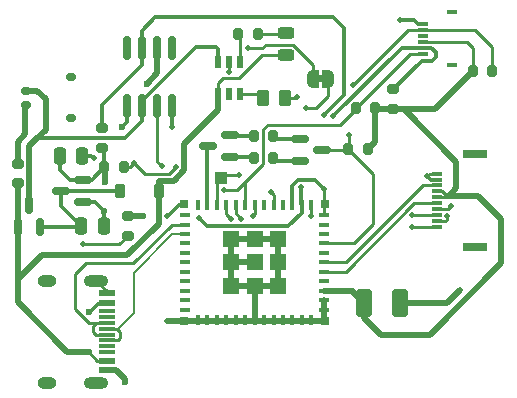
<source format=gtl>
G04 #@! TF.GenerationSoftware,KiCad,Pcbnew,7.0.1-3b83917a11~172~ubuntu22.04.1*
G04 #@! TF.CreationDate,2023-04-23T17:42:43+02:00*
G04 #@! TF.ProjectId,sharp-lcd-128x128,73686172-702d-46c6-9364-2d3132387831,rev?*
G04 #@! TF.SameCoordinates,Original*
G04 #@! TF.FileFunction,Copper,L1,Top*
G04 #@! TF.FilePolarity,Positive*
%FSLAX46Y46*%
G04 Gerber Fmt 4.6, Leading zero omitted, Abs format (unit mm)*
G04 Created by KiCad (PCBNEW 7.0.1-3b83917a11~172~ubuntu22.04.1) date 2023-04-23 17:42:43*
%MOMM*%
%LPD*%
G01*
G04 APERTURE LIST*
G04 Aperture macros list*
%AMRoundRect*
0 Rectangle with rounded corners*
0 $1 Rounding radius*
0 $2 $3 $4 $5 $6 $7 $8 $9 X,Y pos of 4 corners*
0 Add a 4 corners polygon primitive as box body*
4,1,4,$2,$3,$4,$5,$6,$7,$8,$9,$2,$3,0*
0 Add four circle primitives for the rounded corners*
1,1,$1+$1,$2,$3*
1,1,$1+$1,$4,$5*
1,1,$1+$1,$6,$7*
1,1,$1+$1,$8,$9*
0 Add four rect primitives between the rounded corners*
20,1,$1+$1,$2,$3,$4,$5,0*
20,1,$1+$1,$4,$5,$6,$7,0*
20,1,$1+$1,$6,$7,$8,$9,0*
20,1,$1+$1,$8,$9,$2,$3,0*%
%AMFreePoly0*
4,1,19,0.500000,-0.750000,0.000000,-0.750000,0.000000,-0.744911,-0.071157,-0.744911,-0.207708,-0.704816,-0.327430,-0.627875,-0.420627,-0.520320,-0.479746,-0.390866,-0.500000,-0.250000,-0.500000,0.250000,-0.479746,0.390866,-0.420627,0.520320,-0.327430,0.627875,-0.207708,0.704816,-0.071157,0.744911,0.000000,0.744911,0.000000,0.750000,0.500000,0.750000,0.500000,-0.750000,0.500000,-0.750000,
$1*%
%AMFreePoly1*
4,1,19,0.000000,0.744911,0.071157,0.744911,0.207708,0.704816,0.327430,0.627875,0.420627,0.520320,0.479746,0.390866,0.500000,0.250000,0.500000,-0.250000,0.479746,-0.390866,0.420627,-0.520320,0.327430,-0.627875,0.207708,-0.704816,0.071157,-0.744911,0.000000,-0.744911,0.000000,-0.750000,-0.500000,-0.750000,-0.500000,0.750000,0.000000,0.750000,0.000000,0.744911,0.000000,0.744911,
$1*%
G04 Aperture macros list end*
G04 #@! TA.AperFunction,SMDPad,CuDef*
%ADD10RoundRect,0.200000X-0.200000X-0.275000X0.200000X-0.275000X0.200000X0.275000X-0.200000X0.275000X0*%
G04 #@! TD*
G04 #@! TA.AperFunction,SMDPad,CuDef*
%ADD11R,0.812800X0.406400*%
G04 #@! TD*
G04 #@! TA.AperFunction,SMDPad,CuDef*
%ADD12R,0.406400X0.812800*%
G04 #@! TD*
G04 #@! TA.AperFunction,SMDPad,CuDef*
%ADD13R,1.447800X1.447800*%
G04 #@! TD*
G04 #@! TA.AperFunction,SMDPad,CuDef*
%ADD14R,0.711200X0.711200*%
G04 #@! TD*
G04 #@! TA.AperFunction,SMDPad,CuDef*
%ADD15RoundRect,0.150000X-0.587500X-0.150000X0.587500X-0.150000X0.587500X0.150000X-0.587500X0.150000X0*%
G04 #@! TD*
G04 #@! TA.AperFunction,SMDPad,CuDef*
%ADD16RoundRect,0.200000X-0.275000X0.200000X-0.275000X-0.200000X0.275000X-0.200000X0.275000X0.200000X0*%
G04 #@! TD*
G04 #@! TA.AperFunction,SMDPad,CuDef*
%ADD17R,1.000000X1.000000*%
G04 #@! TD*
G04 #@! TA.AperFunction,SMDPad,CuDef*
%ADD18RoundRect,0.250000X-0.250000X-0.475000X0.250000X-0.475000X0.250000X0.475000X-0.250000X0.475000X0*%
G04 #@! TD*
G04 #@! TA.AperFunction,SMDPad,CuDef*
%ADD19RoundRect,0.150000X0.587500X0.150000X-0.587500X0.150000X-0.587500X-0.150000X0.587500X-0.150000X0*%
G04 #@! TD*
G04 #@! TA.AperFunction,SMDPad,CuDef*
%ADD20RoundRect,0.243750X-0.456250X0.243750X-0.456250X-0.243750X0.456250X-0.243750X0.456250X0.243750X0*%
G04 #@! TD*
G04 #@! TA.AperFunction,SMDPad,CuDef*
%ADD21RoundRect,0.150000X-0.150000X0.825000X-0.150000X-0.825000X0.150000X-0.825000X0.150000X0.825000X0*%
G04 #@! TD*
G04 #@! TA.AperFunction,SMDPad,CuDef*
%ADD22R,0.558800X0.990600*%
G04 #@! TD*
G04 #@! TA.AperFunction,SMDPad,CuDef*
%ADD23RoundRect,0.200000X0.200000X0.275000X-0.200000X0.275000X-0.200000X-0.275000X0.200000X-0.275000X0*%
G04 #@! TD*
G04 #@! TA.AperFunction,SMDPad,CuDef*
%ADD24RoundRect,0.150000X0.150000X-0.587500X0.150000X0.587500X-0.150000X0.587500X-0.150000X-0.587500X0*%
G04 #@! TD*
G04 #@! TA.AperFunction,SMDPad,CuDef*
%ADD25R,1.450000X0.600000*%
G04 #@! TD*
G04 #@! TA.AperFunction,SMDPad,CuDef*
%ADD26R,1.450000X0.300000*%
G04 #@! TD*
G04 #@! TA.AperFunction,ComponentPad*
%ADD27O,2.100000X1.000000*%
G04 #@! TD*
G04 #@! TA.AperFunction,ComponentPad*
%ADD28O,1.600000X1.000000*%
G04 #@! TD*
G04 #@! TA.AperFunction,SMDPad,CuDef*
%ADD29RoundRect,0.225000X-0.225000X-0.375000X0.225000X-0.375000X0.225000X0.375000X-0.225000X0.375000X0*%
G04 #@! TD*
G04 #@! TA.AperFunction,SMDPad,CuDef*
%ADD30RoundRect,0.250000X-0.412500X-0.925000X0.412500X-0.925000X0.412500X0.925000X-0.412500X0.925000X0*%
G04 #@! TD*
G04 #@! TA.AperFunction,SMDPad,CuDef*
%ADD31FreePoly0,0.000000*%
G04 #@! TD*
G04 #@! TA.AperFunction,SMDPad,CuDef*
%ADD32FreePoly1,0.000000*%
G04 #@! TD*
G04 #@! TA.AperFunction,SMDPad,CuDef*
%ADD33R,0.812800X0.304800*%
G04 #@! TD*
G04 #@! TA.AperFunction,SMDPad,CuDef*
%ADD34R,0.850000X0.300000*%
G04 #@! TD*
G04 #@! TA.AperFunction,SMDPad,CuDef*
%ADD35R,2.000000X0.800000*%
G04 #@! TD*
G04 #@! TA.AperFunction,SMDPad,CuDef*
%ADD36RoundRect,0.250000X0.262500X0.450000X-0.262500X0.450000X-0.262500X-0.450000X0.262500X-0.450000X0*%
G04 #@! TD*
G04 #@! TA.AperFunction,SMDPad,CuDef*
%ADD37RoundRect,0.150000X0.275000X-0.150000X0.275000X0.150000X-0.275000X0.150000X-0.275000X-0.150000X0*%
G04 #@! TD*
G04 #@! TA.AperFunction,SMDPad,CuDef*
%ADD38RoundRect,0.175000X0.225000X-0.175000X0.225000X0.175000X-0.225000X0.175000X-0.225000X-0.175000X0*%
G04 #@! TD*
G04 #@! TA.AperFunction,SMDPad,CuDef*
%ADD39RoundRect,0.200000X0.275000X-0.200000X0.275000X0.200000X-0.275000X0.200000X-0.275000X-0.200000X0*%
G04 #@! TD*
G04 #@! TA.AperFunction,ViaPad*
%ADD40C,0.600000*%
G04 #@! TD*
G04 #@! TA.AperFunction,ViaPad*
%ADD41C,0.500000*%
G04 #@! TD*
G04 #@! TA.AperFunction,Conductor*
%ADD42C,0.500000*%
G04 #@! TD*
G04 #@! TA.AperFunction,Conductor*
%ADD43C,0.250000*%
G04 #@! TD*
G04 #@! TA.AperFunction,Conductor*
%ADD44C,0.350000*%
G04 #@! TD*
G04 #@! TA.AperFunction,Conductor*
%ADD45C,0.300000*%
G04 #@! TD*
G04 #@! TA.AperFunction,Conductor*
%ADD46C,0.200000*%
G04 #@! TD*
G04 APERTURE END LIST*
G04 #@! TA.AperFunction,EtchedComponent*
G36*
X99210000Y-36000000D02*
G01*
X98710000Y-36000000D01*
X98710000Y-35400000D01*
X99210000Y-35400000D01*
X99210000Y-36000000D01*
G37*
G04 #@! TD.AperFunction*
D10*
X80645000Y-43180000D03*
X82295000Y-43180000D03*
D11*
X99259998Y-55264900D03*
X99259998Y-54464899D03*
X99259998Y-53664900D03*
X99259998Y-52864899D03*
X99259998Y-52064901D03*
X99259998Y-51264900D03*
X99259998Y-50464899D03*
X99259998Y-49664901D03*
X99259998Y-48864900D03*
X99259998Y-48064901D03*
X99259998Y-47264900D03*
D12*
X98160001Y-46364900D03*
X97360000Y-46364900D03*
X96559999Y-46364900D03*
X95760000Y-46364900D03*
X94959999Y-46364900D03*
X94160001Y-46364900D03*
X93360000Y-46364900D03*
X92559999Y-46364900D03*
X91760001Y-46364900D03*
X90960000Y-46364900D03*
X90160001Y-46364900D03*
X89360000Y-46364900D03*
X88560002Y-46364900D03*
D11*
X87460002Y-47264900D03*
X87460002Y-48064901D03*
X87460002Y-48864900D03*
X87460002Y-49664901D03*
X87460002Y-50464899D03*
X87460002Y-51264900D03*
X87460002Y-52064901D03*
X87460002Y-52864899D03*
X87460002Y-53664900D03*
X87460002Y-54464899D03*
X87460002Y-55264900D03*
D12*
X88559999Y-56164900D03*
X89360000Y-56164900D03*
X90160001Y-56164900D03*
X90960000Y-56164900D03*
X91760001Y-56164900D03*
X92559999Y-56164900D03*
X93360000Y-56164900D03*
X94160001Y-56164900D03*
X94959999Y-56164900D03*
X95760000Y-56164900D03*
X96559999Y-56164900D03*
X97360000Y-56164900D03*
X98159998Y-56164900D03*
D13*
X93360000Y-51264900D03*
D14*
X87410000Y-56214900D03*
X87410000Y-46314900D03*
X99310000Y-46314900D03*
X99310000Y-56214900D03*
D13*
X91385000Y-53239900D03*
X91385000Y-51264900D03*
X91385000Y-49289900D03*
X93360000Y-49289900D03*
X95335000Y-49289900D03*
X95335000Y-51264900D03*
X95335000Y-53239900D03*
X93360000Y-53239900D03*
D15*
X97230000Y-40780000D03*
X97230000Y-42680000D03*
X99105000Y-41730000D03*
D16*
X73320000Y-42905000D03*
X73320000Y-44555000D03*
D17*
X90520000Y-44160000D03*
D18*
X78690000Y-48170000D03*
X80590000Y-48170000D03*
D10*
X111830000Y-35050000D03*
X113480000Y-35050000D03*
D19*
X78860000Y-46170000D03*
X78860000Y-44270000D03*
X76985000Y-45220000D03*
D20*
X96040000Y-31865000D03*
X96040000Y-33740000D03*
D21*
X86395000Y-33075000D03*
X85125000Y-33075000D03*
X83855000Y-33075000D03*
X82585000Y-33075000D03*
X82585000Y-38025000D03*
X83855000Y-38025000D03*
X85125000Y-38025000D03*
X86395000Y-38025000D03*
D22*
X92150001Y-34262200D03*
X91200000Y-34262200D03*
X90249999Y-34262200D03*
X90249999Y-36980000D03*
X91200000Y-36980000D03*
X92150001Y-36980000D03*
D16*
X82650000Y-47350000D03*
X82650000Y-49000000D03*
D23*
X94925000Y-42400000D03*
X93275000Y-42400000D03*
D24*
X73330000Y-48260000D03*
X75230000Y-48260000D03*
X74280000Y-46385000D03*
D25*
X80845000Y-53875000D03*
X80845000Y-54675000D03*
D26*
X80845000Y-55875000D03*
X80845000Y-56875000D03*
X80845000Y-57375000D03*
X80845000Y-58375000D03*
D25*
X80845000Y-59575000D03*
X80845000Y-60375000D03*
X80845000Y-60375000D03*
X80845000Y-59575000D03*
D26*
X80845000Y-58875000D03*
X80845000Y-57875000D03*
X80845000Y-56375000D03*
X80845000Y-55375000D03*
D25*
X80845000Y-54675000D03*
X80845000Y-53875000D03*
D27*
X79930000Y-52805000D03*
D28*
X75750000Y-52805000D03*
D27*
X79930000Y-61445000D03*
D28*
X75750000Y-61445000D03*
D29*
X81960000Y-45260000D03*
X85260000Y-45260000D03*
D23*
X102925000Y-41680000D03*
X101275000Y-41680000D03*
D18*
X76880000Y-42250000D03*
X78780000Y-42250000D03*
D23*
X94925000Y-40560000D03*
X93275000Y-40560000D03*
D30*
X102615000Y-54690000D03*
X105690000Y-54690000D03*
D31*
X98310000Y-35700000D03*
D32*
X99610000Y-35700000D03*
D16*
X105100000Y-36625000D03*
X105100000Y-38275000D03*
D33*
X107580000Y-31080000D03*
X107580000Y-31579999D03*
X107580000Y-32080001D03*
X107580000Y-32580000D03*
X107580000Y-33080001D03*
X107580000Y-33580000D03*
D11*
X110093122Y-34580001D03*
X110093122Y-30079999D03*
D10*
X101915000Y-38220000D03*
X103565000Y-38220000D03*
D34*
X108815000Y-48250000D03*
X108815000Y-47750000D03*
X108815000Y-47250000D03*
X108815000Y-46750000D03*
X108815000Y-46250000D03*
X108815000Y-45750000D03*
X108815000Y-45250000D03*
X108815000Y-44750000D03*
X108815000Y-44250000D03*
X108815000Y-43750000D03*
D35*
X111990000Y-49950000D03*
X111990000Y-42050000D03*
D36*
X95912500Y-37330000D03*
X94087500Y-37330000D03*
D23*
X93605000Y-31910000D03*
X91955000Y-31910000D03*
D37*
X74010000Y-37920000D03*
X74010000Y-36720000D03*
D38*
X77785000Y-39070000D03*
X77785000Y-35570000D03*
D19*
X91280000Y-42340000D03*
X91280000Y-40440000D03*
X89405000Y-41390000D03*
D39*
X80460000Y-41540000D03*
X80460000Y-39890000D03*
D40*
X80590000Y-46940000D03*
D41*
X96940000Y-37300000D03*
D40*
X82425000Y-61375000D03*
D41*
X73940000Y-40430000D03*
X110740000Y-53610000D03*
X91180000Y-35110000D03*
X99260000Y-45050000D03*
X79740000Y-42450000D03*
X107990000Y-43940000D03*
X85970000Y-47300000D03*
D40*
X82130000Y-39810000D03*
D41*
X85960000Y-56220000D03*
X105658781Y-30772500D03*
D40*
X79300000Y-58825000D03*
X79300000Y-55475000D03*
X80660000Y-44490000D03*
X84270000Y-36120000D03*
X101589900Y-53664900D03*
X83910000Y-47360000D03*
D41*
X85511935Y-43131935D03*
X90805354Y-45114646D03*
X88640000Y-47540000D03*
X86370000Y-39830000D03*
X97300000Y-44920000D03*
X100020000Y-38890000D03*
X92010000Y-43900500D03*
X101680000Y-36250000D03*
X97690000Y-38220000D03*
X106690000Y-48260000D03*
X92200000Y-47560500D03*
X109684502Y-47356665D03*
X98170000Y-47360000D03*
X91380000Y-47610000D03*
X106720000Y-47270000D03*
X99240000Y-38750000D03*
X94750000Y-45320000D03*
X110000000Y-46480000D03*
X78810000Y-49750000D03*
X92830000Y-33140000D03*
X101310000Y-40520000D03*
X83111111Y-42856717D03*
X86698914Y-43188914D03*
X93250000Y-47300000D03*
D42*
X74940000Y-36720000D02*
X75670000Y-37450000D01*
X75670000Y-37450000D02*
X75670000Y-40020000D01*
X75670000Y-40020000D02*
X74880000Y-40810000D01*
X74010000Y-36720000D02*
X74940000Y-36720000D01*
D43*
X108180000Y-43750000D02*
X107990000Y-43940000D01*
X80845000Y-53875000D02*
X80845000Y-53720000D01*
X108300000Y-44250000D02*
X107990000Y-43940000D01*
D42*
X73940000Y-40430000D02*
X73940000Y-37990000D01*
X82425000Y-61175000D02*
X81625000Y-60375000D01*
D43*
X99259998Y-47264900D02*
X99259998Y-45050002D01*
D42*
X99310000Y-56214900D02*
X87410000Y-56214900D01*
D44*
X82585000Y-38025000D02*
X82585000Y-39355000D01*
X79540000Y-42250000D02*
X79740000Y-42450000D01*
D42*
X82425000Y-61375000D02*
X82425000Y-61175000D01*
D43*
X91200000Y-34262200D02*
X91200000Y-35090000D01*
D42*
X99259998Y-54464899D02*
X99259998Y-56164898D01*
X105690000Y-54690000D02*
X109660000Y-54690000D01*
X91385000Y-51264900D02*
X93360000Y-51264900D01*
X109660000Y-54690000D02*
X110740000Y-53610000D01*
X99259998Y-56164898D02*
X99310000Y-56214900D01*
X91385000Y-49289900D02*
X95335000Y-49289900D01*
D44*
X98510000Y-44300000D02*
X99260000Y-45050000D01*
D43*
X86955100Y-46314900D02*
X85970000Y-47300000D01*
X96910000Y-37330000D02*
X96940000Y-37300000D01*
D44*
X96559999Y-46364900D02*
X96559999Y-44783188D01*
D43*
X87410000Y-46314900D02*
X86955100Y-46314900D01*
D42*
X73320000Y-42905000D02*
X73320000Y-41050000D01*
D44*
X96559999Y-44783188D02*
X97043187Y-44300000D01*
D42*
X81625000Y-60375000D02*
X80845000Y-60375000D01*
D44*
X79820000Y-46170000D02*
X80590000Y-46940000D01*
X97043187Y-44300000D02*
X98510000Y-44300000D01*
D43*
X80845000Y-53720000D02*
X79930000Y-52805000D01*
X91200000Y-35090000D02*
X91180000Y-35110000D01*
D44*
X80590000Y-46940000D02*
X80630000Y-46980000D01*
D43*
X108815000Y-43750000D02*
X108180000Y-43750000D01*
D42*
X93360000Y-56164900D02*
X93360000Y-53239900D01*
D44*
X78780000Y-42250000D02*
X79540000Y-42250000D01*
D42*
X85965100Y-56214900D02*
X85960000Y-56220000D01*
X95335000Y-53239900D02*
X91385000Y-53239900D01*
X73320000Y-41050000D02*
X73940000Y-40430000D01*
D43*
X95912500Y-37330000D02*
X96910000Y-37330000D01*
D45*
X106893500Y-30772500D02*
X105658781Y-30772500D01*
D44*
X80630000Y-46980000D02*
X80590000Y-47020000D01*
X80590000Y-47020000D02*
X80590000Y-48170000D01*
D42*
X91385000Y-49289900D02*
X91385000Y-53239900D01*
D44*
X78860000Y-46170000D02*
X79820000Y-46170000D01*
D43*
X99259998Y-45050002D02*
X99260000Y-45050000D01*
D42*
X87410000Y-56214900D02*
X85965100Y-56214900D01*
D45*
X107201000Y-31080000D02*
X106893500Y-30772500D01*
D42*
X95335000Y-49289900D02*
X95335000Y-53239900D01*
X73940000Y-37990000D02*
X74010000Y-37920000D01*
D44*
X82585000Y-39355000D02*
X82130000Y-39810000D01*
D43*
X108815000Y-44250000D02*
X108300000Y-44250000D01*
D42*
X86260000Y-44366043D02*
X86504664Y-44366043D01*
X85260000Y-45260000D02*
X85260000Y-44366043D01*
X75360000Y-50670000D02*
X82590000Y-50670000D01*
X90249999Y-38350000D02*
X90249999Y-36980000D01*
D43*
X90660000Y-35680000D02*
X92069402Y-35680000D01*
D42*
X87393914Y-43476793D02*
X87393914Y-41206085D01*
X87393914Y-41206085D02*
X90249999Y-38350000D01*
X82590000Y-50670000D02*
X85260000Y-48000000D01*
X73330000Y-52700000D02*
X73330000Y-48260000D01*
X85260000Y-44366043D02*
X86260000Y-44366043D01*
D43*
X79300000Y-58825000D02*
X80050000Y-59575000D01*
D42*
X73330000Y-44565000D02*
X73320000Y-44555000D01*
D43*
X92069402Y-35680000D02*
X94009401Y-33740000D01*
D42*
X77505000Y-58825000D02*
X73330000Y-54650000D01*
X86504664Y-44366043D02*
X87393914Y-43476793D01*
D43*
X80100000Y-54675000D02*
X79300000Y-55475000D01*
X90249999Y-36090001D02*
X90660000Y-35680000D01*
D42*
X73330000Y-48260000D02*
X73330000Y-44565000D01*
D43*
X80050000Y-59575000D02*
X80845000Y-59575000D01*
X80845000Y-54675000D02*
X80100000Y-54675000D01*
D42*
X85260000Y-48000000D02*
X85260000Y-45260000D01*
X86260000Y-44366043D02*
X86503957Y-44366043D01*
X73330000Y-54650000D02*
X73330000Y-52700000D01*
X77505000Y-58825000D02*
X79300000Y-58825000D01*
D43*
X94009401Y-33740000D02*
X96040000Y-33740000D01*
X90249999Y-36980000D02*
X90249999Y-36090001D01*
D42*
X73330000Y-52700000D02*
X75360000Y-50670000D01*
X101589900Y-53664900D02*
X102615000Y-54690000D01*
X105100000Y-38275000D02*
X108605000Y-38275000D01*
X80660000Y-44490000D02*
X80660000Y-43195000D01*
X82660000Y-47360000D02*
X82650000Y-47350000D01*
D43*
X108815000Y-45750000D02*
X109690000Y-45750000D01*
D42*
X99259998Y-53664900D02*
X101589900Y-53664900D01*
X112305000Y-45655000D02*
X109610000Y-45655000D01*
D44*
X79555000Y-44270000D02*
X80645000Y-43180000D01*
X78860000Y-44270000D02*
X79555000Y-44270000D01*
D42*
X103565000Y-41040000D02*
X102925000Y-41680000D01*
X84270000Y-36120000D02*
X85125000Y-35265000D01*
D44*
X76880000Y-42250000D02*
X76880000Y-43440000D01*
D42*
X103565000Y-38220000D02*
X103565000Y-41040000D01*
D44*
X80645000Y-41725000D02*
X80460000Y-41540000D01*
D42*
X114260000Y-47610000D02*
X112305000Y-45655000D01*
X110440000Y-42725000D02*
X105990000Y-38275000D01*
X109785000Y-45655000D02*
X109610000Y-45655000D01*
X85125000Y-35265000D02*
X85125000Y-33075000D01*
D43*
X108815000Y-45250000D02*
X109205000Y-45250000D01*
D42*
X108605000Y-38275000D02*
X111830000Y-35050000D01*
X110440000Y-42725000D02*
X110440000Y-45000000D01*
X80660000Y-43195000D02*
X80645000Y-43180000D01*
X105100000Y-38275000D02*
X103620000Y-38275000D01*
D43*
X111830000Y-33110000D02*
X111830000Y-35050000D01*
X109690000Y-45750000D02*
X109785000Y-45655000D01*
D42*
X108190000Y-57420000D02*
X114260000Y-51350000D01*
X103620000Y-38275000D02*
X103565000Y-38220000D01*
X110440000Y-45000000D02*
X109785000Y-45655000D01*
D43*
X111300000Y-32580000D02*
X111830000Y-33110000D01*
D42*
X104020000Y-57420000D02*
X108190000Y-57420000D01*
X114260000Y-51350000D02*
X114260000Y-47610000D01*
X102615000Y-54690000D02*
X102615000Y-56015000D01*
D43*
X109205000Y-45250000D02*
X109610000Y-45655000D01*
D44*
X76880000Y-43440000D02*
X77710000Y-44270000D01*
D42*
X105990000Y-38275000D02*
X105100000Y-38275000D01*
X102615000Y-56015000D02*
X104020000Y-57420000D01*
X83910000Y-47360000D02*
X82660000Y-47360000D01*
D44*
X80645000Y-43180000D02*
X80645000Y-41725000D01*
X77710000Y-44270000D02*
X78860000Y-44270000D01*
D43*
X107580000Y-32580000D02*
X111300000Y-32580000D01*
X94110000Y-42930000D02*
X92559999Y-44480001D01*
X85125000Y-38025000D02*
X85125000Y-42745000D01*
X91905352Y-45114646D02*
X92549998Y-44470000D01*
X92549998Y-44470000D02*
X92559999Y-44480001D01*
X106555000Y-33580000D02*
X107580000Y-33580000D01*
X85125000Y-42745000D02*
X85511935Y-43131935D01*
X101915000Y-38255000D02*
X101915000Y-38220000D01*
X94460000Y-39600000D02*
X94110000Y-39950000D01*
X94110000Y-39950000D02*
X94110000Y-42930000D01*
X101915000Y-38220000D02*
X106555000Y-33580000D01*
X100570000Y-39600000D02*
X101915000Y-38255000D01*
X100570000Y-39600000D02*
X94460000Y-39600000D01*
X90805354Y-45114646D02*
X91905352Y-45114646D01*
X92559999Y-44480001D02*
X92559999Y-46364900D01*
D45*
X105809253Y-33080001D02*
X100020000Y-38869254D01*
X107580000Y-33080001D02*
X108328801Y-33080001D01*
X96226300Y-48205000D02*
X89305000Y-48205000D01*
X108328801Y-33080001D02*
X108700000Y-33451200D01*
X89305000Y-48205000D02*
X88640000Y-47540000D01*
X97360000Y-47071300D02*
X96226300Y-48205000D01*
X97300000Y-44920000D02*
X97300000Y-46304900D01*
X97360000Y-46364900D02*
X97360000Y-47071300D01*
X108700000Y-33451200D02*
X108700000Y-33850000D01*
X107580000Y-33080001D02*
X105809253Y-33080001D01*
X108340000Y-34210000D02*
X107515000Y-34210000D01*
X86370000Y-38050000D02*
X86395000Y-38025000D01*
X100020000Y-38869254D02*
X100020000Y-38890000D01*
X97300000Y-46304900D02*
X97360000Y-46364900D01*
X86370000Y-39830000D02*
X86370000Y-38050000D01*
X107515000Y-34210000D02*
X105100000Y-36625000D01*
X108700000Y-33850000D02*
X108340000Y-34210000D01*
D43*
X98930000Y-37860000D02*
X98570000Y-38220000D01*
X113480000Y-33070000D02*
X113480000Y-35050000D01*
X90160001Y-46364900D02*
X90160001Y-44289999D01*
X90549500Y-43900500D02*
X92010000Y-43900500D01*
X99610000Y-35700000D02*
X99610000Y-37180000D01*
X98570000Y-38220000D02*
X97690000Y-38220000D01*
X90160001Y-44289999D02*
X90549500Y-43900500D01*
X106350001Y-31579999D02*
X101680000Y-36250000D01*
X107580000Y-31579999D02*
X111989999Y-31579999D01*
X107580000Y-31579999D02*
X106350001Y-31579999D01*
X99610000Y-37180000D02*
X98930000Y-37860000D01*
X111989999Y-31579999D02*
X113480000Y-33070000D01*
D44*
X81960000Y-45260000D02*
X77025000Y-45260000D01*
X78690000Y-48170000D02*
X76985000Y-46465000D01*
X75230000Y-48260000D02*
X78600000Y-48260000D01*
X78600000Y-48260000D02*
X78690000Y-48170000D01*
X76985000Y-46465000D02*
X76985000Y-45220000D01*
X77025000Y-45260000D02*
X76985000Y-45220000D01*
D46*
X83110000Y-55575000D02*
X81810000Y-56875000D01*
X81810000Y-56875000D02*
X80845000Y-56875000D01*
D43*
X80845000Y-56875000D02*
X81700000Y-56875000D01*
X82000000Y-57175000D02*
X82000000Y-57675000D01*
D46*
X86395100Y-48864900D02*
X83110000Y-52150000D01*
D43*
X81800000Y-57875000D02*
X80845000Y-57875000D01*
D46*
X87460002Y-48864900D02*
X86395100Y-48864900D01*
D43*
X82000000Y-57675000D02*
X81800000Y-57875000D01*
X81700000Y-56875000D02*
X82000000Y-57175000D01*
D46*
X83110000Y-52150000D02*
X83110000Y-55575000D01*
D43*
X86335099Y-48064901D02*
X87460002Y-48064901D01*
X79650000Y-56675000D02*
X79650000Y-57125000D01*
X79900000Y-57375000D02*
X80845000Y-57375000D01*
X78180000Y-55231813D02*
X78180000Y-52220000D01*
X79950000Y-56375000D02*
X79650000Y-56675000D01*
X79323187Y-56375000D02*
X78180000Y-55231813D01*
X80845000Y-56375000D02*
X79323187Y-56375000D01*
X79085000Y-51315000D02*
X83085000Y-51315000D01*
X79650000Y-57125000D02*
X79900000Y-57375000D01*
X78180000Y-52220000D02*
X79085000Y-51315000D01*
X83085000Y-51315000D02*
X86335099Y-48064901D01*
X95995000Y-31910000D02*
X96040000Y-31865000D01*
X93605000Y-31910000D02*
X95995000Y-31910000D01*
X91760001Y-47120501D02*
X92200000Y-47560500D01*
X106690000Y-48260000D02*
X108805000Y-48260000D01*
X91760001Y-46364900D02*
X91760001Y-47120501D01*
X108805000Y-48260000D02*
X108815000Y-48250000D01*
X108815000Y-47750000D02*
X109530000Y-47750000D01*
X98170000Y-46374899D02*
X98160001Y-46364900D01*
X109684502Y-47595498D02*
X109684502Y-47356665D01*
X98170000Y-47360000D02*
X98170000Y-46374899D01*
X109530000Y-47750000D02*
X109684502Y-47595498D01*
X90960000Y-46364900D02*
X90960000Y-47190000D01*
X106720000Y-47270000D02*
X108795000Y-47270000D01*
X108795000Y-47270000D02*
X108815000Y-47250000D01*
X90960000Y-47190000D02*
X91380000Y-47610000D01*
X110000000Y-46480000D02*
X109730000Y-46750000D01*
D44*
X83855000Y-33075000D02*
X83855000Y-34565000D01*
X100010965Y-30525000D02*
X100910000Y-31424035D01*
X100910000Y-31424035D02*
X100910000Y-37080000D01*
X84965000Y-30525000D02*
X100010965Y-30525000D01*
X83855000Y-34565000D02*
X80460000Y-37960000D01*
X83855000Y-31635000D02*
X84965000Y-30525000D01*
D43*
X94959999Y-46364900D02*
X94959999Y-45529999D01*
D44*
X83855000Y-33075000D02*
X83855000Y-31635000D01*
D43*
X94959999Y-45529999D02*
X94750000Y-45320000D01*
X109730000Y-46750000D02*
X108815000Y-46750000D01*
D44*
X80460000Y-37960000D02*
X80460000Y-39890000D01*
X100910000Y-37080000D02*
X99240000Y-38750000D01*
D43*
X99259998Y-52064901D02*
X101055099Y-52064901D01*
X101055099Y-52064901D02*
X106880000Y-46240000D01*
X106880000Y-46240000D02*
X106890000Y-46250000D01*
X106890000Y-46250000D02*
X108815000Y-46250000D01*
X101065100Y-51264900D02*
X107580000Y-44750000D01*
X107580000Y-44750000D02*
X108815000Y-44750000D01*
X99259998Y-51264900D02*
X101065100Y-51264900D01*
D42*
X74280000Y-41410000D02*
X74880000Y-40810000D01*
D45*
X88434964Y-33040000D02*
X90080000Y-33040000D01*
X82400000Y-40710000D02*
X74980000Y-40710000D01*
D42*
X74076457Y-36720000D02*
X74010000Y-36720000D01*
D45*
X83855000Y-38025000D02*
X83855000Y-37619964D01*
X83855000Y-39255000D02*
X82400000Y-40710000D01*
X83855000Y-38025000D02*
X83855000Y-39255000D01*
X90080000Y-33040000D02*
X90250000Y-33210000D01*
D42*
X74280000Y-41410000D02*
X74280000Y-46385000D01*
D45*
X83855000Y-37619964D02*
X88434964Y-33040000D01*
X90250000Y-33210000D02*
X90249999Y-34262200D01*
X74980000Y-40710000D02*
X74880000Y-40810000D01*
D43*
X98310000Y-34512737D02*
X96627263Y-32830000D01*
X81900000Y-49750000D02*
X82650000Y-49000000D01*
X96627263Y-32830000D02*
X94290000Y-32830000D01*
X98310000Y-35700000D02*
X98310000Y-34512737D01*
X93980000Y-33140000D02*
X92830000Y-33140000D01*
X94290000Y-32830000D02*
X93980000Y-33140000D01*
X78810000Y-49750000D02*
X81900000Y-49750000D01*
D44*
X97230000Y-40780000D02*
X95145000Y-40780000D01*
X95145000Y-40780000D02*
X94925000Y-40560000D01*
X97230000Y-42680000D02*
X95245000Y-42680000D01*
X95245000Y-42680000D02*
X94965000Y-42400000D01*
D43*
X103390000Y-48040000D02*
X101765099Y-49664901D01*
X101310000Y-41645000D02*
X101275000Y-41680000D01*
X99105000Y-41730000D02*
X101225000Y-41730000D01*
X101225000Y-41730000D02*
X101275000Y-41680000D01*
X101275000Y-41680000D02*
X103390000Y-43795000D01*
X101765099Y-49664901D02*
X99259998Y-49664901D01*
X103390000Y-43795000D02*
X103390000Y-48040000D01*
X101310000Y-40520000D02*
X101310000Y-41645000D01*
D44*
X93215000Y-42340000D02*
X93275000Y-42400000D01*
X91280000Y-42340000D02*
X93215000Y-42340000D01*
X93275000Y-40560000D02*
X91400000Y-40560000D01*
X91400000Y-40560000D02*
X91280000Y-40440000D01*
X89360000Y-41435000D02*
X89360000Y-46364900D01*
X89405000Y-41390000D02*
X89360000Y-41435000D01*
D43*
X92150001Y-36980000D02*
X93737500Y-36980000D01*
X93737500Y-36980000D02*
X94087500Y-37330000D01*
X92150001Y-34262200D02*
X92150001Y-32105001D01*
X92150001Y-32105001D02*
X91955000Y-31910000D01*
X82295000Y-43180000D02*
X82787828Y-43180000D01*
X93360000Y-46364900D02*
X93360000Y-47190000D01*
X82787828Y-43180000D02*
X83111111Y-42856717D01*
X84050437Y-43796043D02*
X83111111Y-42856717D01*
X86698914Y-43188914D02*
X86091785Y-43796043D01*
X93360000Y-47190000D02*
X93250000Y-47300000D01*
X86091785Y-43796043D02*
X84050437Y-43796043D01*
M02*

</source>
